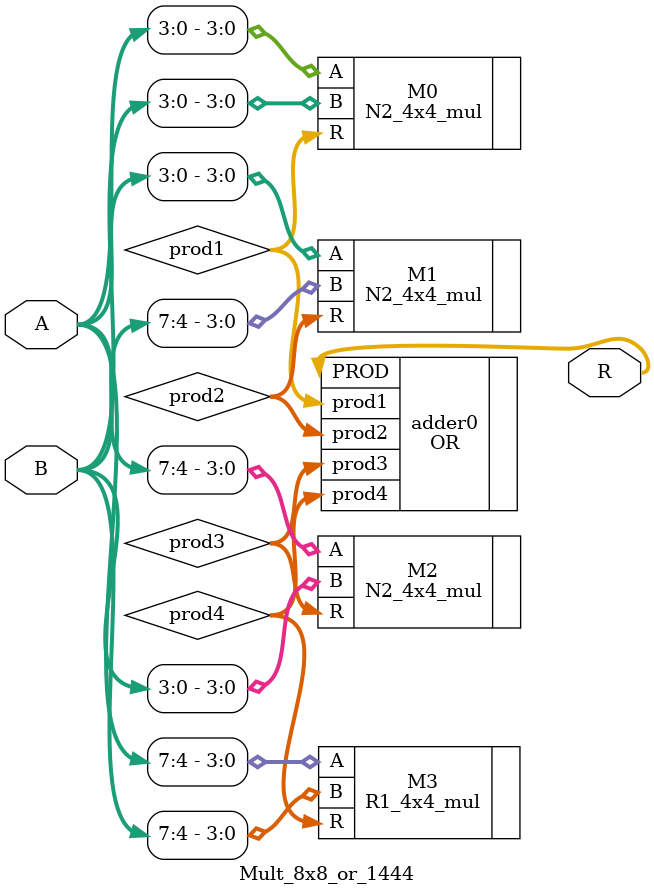
<source format=v>
module Mult_8x8_or_1444(
input [7:0] A,
input [7:0] B,
output [15:0]R
);
wire [7:0]prod1;
wire [7:0]prod2;
wire [7:0]prod3;
wire [7:0]prod4;

N2_4x4_mul M0(.A(A[3:0]),.B(B[3:0]),.R(prod1));
N2_4x4_mul M1(.A(A[3:0]),.B(B[7:4]),.R(prod2));
N2_4x4_mul M2(.A(A[7:4]),.B(B[3:0]),.R(prod3));
R1_4x4_mul M3(.A(A[7:4]),.B(B[7:4]),.R(prod4));
OR adder0(.prod1(prod1),.prod2(prod2),.prod3(prod3),.prod4(prod4),.PROD(R));
endmodule

</source>
